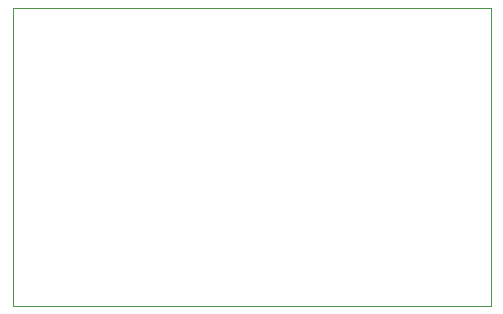
<source format=gbr>
%TF.GenerationSoftware,KiCad,Pcbnew,(6.0.9)*%
%TF.CreationDate,2023-03-03T16:49:01+05:30*%
%TF.ProjectId,CTFWR,43544657-522e-46b6-9963-61645f706362,V0.1*%
%TF.SameCoordinates,Original*%
%TF.FileFunction,Profile,NP*%
%FSLAX46Y46*%
G04 Gerber Fmt 4.6, Leading zero omitted, Abs format (unit mm)*
G04 Created by KiCad (PCBNEW (6.0.9)) date 2023-03-03 16:49:01*
%MOMM*%
%LPD*%
G01*
G04 APERTURE LIST*
%TA.AperFunction,Profile*%
%ADD10C,0.100000*%
%TD*%
G04 APERTURE END LIST*
D10*
X24800000Y-42800000D02*
X65300000Y-42800000D01*
X65300000Y-42800000D02*
X65300000Y-68000000D01*
X65300000Y-68000000D02*
X24800000Y-68000000D01*
X24800000Y-68000000D02*
X24800000Y-42800000D01*
M02*

</source>
